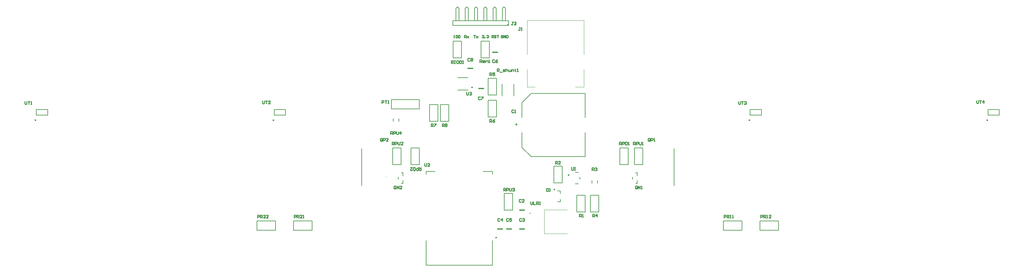
<source format=gto>
G04*
G04 #@! TF.GenerationSoftware,Altium Limited,Altium Designer,23.10.1 (27)*
G04*
G04 Layer_Color=65535*
%FSLAX44Y44*%
%MOMM*%
G71*
G04*
G04 #@! TF.SameCoordinates,03B978FF-55A4-44C7-B640-70ACE0D70F40*
G04*
G04*
G04 #@! TF.FilePolarity,Positive*
G04*
G01*
G75*
%ADD10C,0.2500*%
%ADD11C,0.1000*%
%ADD12C,0.2000*%
%ADD13C,0.2032*%
%ADD14C,0.3048*%
%ADD15C,0.1524*%
%ADD16C,0.2540*%
D10*
X-58000Y7400D02*
G03*
X-58000Y7400I-1250J0D01*
G01*
X-123750Y418240D02*
G03*
X-123750Y418240I-1250J0D01*
G01*
X633750Y328500D02*
G03*
X633750Y328500I-1250J0D01*
G01*
X-1316250D02*
G03*
X-1316250Y328500I-1250J0D01*
G01*
X-666250D02*
G03*
X-666250Y328500I-1250J0D01*
G01*
X1283750D02*
G03*
X1283750Y328500I-1250J0D01*
G01*
X140040Y178500D02*
G03*
X140040Y178500I-1250J0D01*
G01*
X101250Y139000D02*
G03*
X101250Y139000I-1250J0D01*
G01*
D11*
X-359000Y174600D02*
G03*
X-360000Y174600I-500J0D01*
G01*
D02*
G03*
X-359000Y174600I500J0D01*
G01*
X359000Y225400D02*
G03*
X360000Y225400I500J0D01*
G01*
D02*
G03*
X359000Y225400I-500J0D01*
G01*
X180560Y419340D02*
Y467840D01*
X157060Y419340D02*
X180560D01*
X25560D02*
X47060D01*
X25560D02*
Y467840D01*
X180560Y507840D02*
Y601340D01*
X25560D02*
X180560D01*
X25560Y507840D02*
Y601340D01*
X72330Y83330D02*
X134530D01*
X72330Y18330D02*
Y83330D01*
Y18330D02*
X134530D01*
D12*
X33530Y72830D02*
G03*
X33530Y74830I0J1000D01*
G01*
D02*
G03*
X33530Y72830I0J-1000D01*
G01*
X-69250Y-68250D02*
Y-850D01*
Y180750D02*
Y188250D01*
X-250750D02*
X-225400D01*
X-94600D02*
X-69250D01*
X-250750Y-68250D02*
Y-850D01*
Y180750D02*
Y188250D01*
Y-68250D02*
X-69250D01*
X-164000Y410990D02*
X-136000D01*
X-164000Y444990D02*
X-136000D01*
X-317731Y184500D02*
X-313500D01*
Y155500D02*
Y163360D01*
Y176640D02*
Y184500D01*
X-317731Y155500D02*
X-313500D01*
X-326500Y167140D02*
Y172860D01*
X634500Y342500D02*
X665500D01*
X634500Y357500D02*
X665500D01*
X634500Y342500D02*
Y357500D01*
X665500Y342500D02*
Y357500D01*
X-1315500Y342500D02*
X-1284500D01*
X-1315500Y357500D02*
X-1284500D01*
X-1315500Y342500D02*
Y357500D01*
X-1284500Y342500D02*
Y357500D01*
X-665500Y342500D02*
X-634500D01*
X-665500Y357500D02*
X-634500D01*
X-665500Y342500D02*
Y357500D01*
X-634500Y342500D02*
Y357500D01*
X1284500Y342500D02*
X1315500D01*
X1284500Y357500D02*
X1315500D01*
X1284500Y342500D02*
Y357500D01*
X1315500Y342500D02*
Y357500D01*
X36290Y401460D02*
X184290D01*
X11290Y376460D02*
X36290Y401460D01*
X184290Y335460D02*
Y401460D01*
X11290Y335460D02*
Y376460D01*
Y253460D02*
Y294460D01*
X184290Y228460D02*
Y294460D01*
X11290Y253460D02*
X36290Y228460D01*
X184290D01*
X313500Y167140D02*
Y172860D01*
X322269Y155500D02*
X326500D01*
Y176640D02*
Y184500D01*
Y155500D02*
Y163360D01*
X322269Y184500D02*
X326500D01*
X-426780Y149200D02*
Y250800D01*
X-324990Y324930D02*
Y332930D01*
X-340490Y324930D02*
Y332930D01*
X-269240Y359410D02*
Y384810D01*
X-345440Y359410D02*
X-269240D01*
X-345440D02*
Y384810D01*
X-269240D01*
X-712700Y52700D02*
X-661900D01*
X-712700Y27300D02*
Y52700D01*
Y27300D02*
X-661900D01*
Y52700D01*
X-177800Y588010D02*
X-25400D01*
X-29633D02*
X-25400Y592243D01*
X-169333Y600710D02*
Y634577D01*
X-165100Y638810D01*
X-160866Y634577D01*
Y600710D02*
Y634577D01*
X-143933Y600710D02*
Y634577D01*
X-139700Y638810D01*
X-135466Y634577D01*
Y600710D02*
Y634577D01*
X-118533Y600710D02*
Y634577D01*
X-114300Y638810D01*
X-110066Y634577D01*
Y600710D02*
Y634577D01*
X-93133Y600710D02*
Y634577D01*
X-88900Y638810D01*
X-84667Y634577D01*
Y600710D02*
Y634577D01*
X-67733Y600710D02*
Y634577D01*
X-63500Y638810D01*
X-59267Y634577D01*
Y600710D02*
Y634577D01*
X-42333Y600710D02*
Y634577D01*
X-38100Y638810D01*
X-33867Y634577D01*
Y600710D02*
Y634577D01*
X-177800Y588010D02*
Y600710D01*
X-25400D01*
Y588010D02*
Y600710D01*
X426780Y149200D02*
Y250800D01*
X202250Y156000D02*
Y164000D01*
X217750Y156000D02*
Y164000D01*
X157040Y154500D02*
X165540D01*
X169790Y167000D02*
Y173000D01*
X157040Y185500D02*
X165540D01*
X108350Y134600D02*
X116500D01*
Y128000D02*
Y134600D01*
X108350Y105400D02*
X116500D01*
Y112000D01*
X-10420Y394980D02*
Y427980D01*
X-42920Y394980D02*
Y427980D01*
X561900Y27300D02*
Y52700D01*
X612700D01*
Y27300D02*
Y52700D01*
X561900Y27300D02*
X612700D01*
X661900D02*
Y52700D01*
X712700D01*
Y27300D02*
Y52700D01*
X661900Y27300D02*
X712700D01*
X-561900D02*
Y52700D01*
X-612700Y27300D02*
X-561900D01*
X-612700D02*
Y52700D01*
X-561900D01*
D13*
X161290Y122860D02*
X184150D01*
Y77140D02*
Y122860D01*
X161290Y77140D02*
X184150D01*
X161290D02*
Y122860D01*
X-291430Y252860D02*
X-268570D01*
Y207140D02*
Y252860D01*
X-291430Y207140D02*
X-268570D01*
X-291430D02*
Y252860D01*
X-81430Y382860D02*
X-58570D01*
Y337140D02*
Y382860D01*
X-81430Y337140D02*
X-58570D01*
X-81430D02*
Y382860D01*
X-241430Y325120D02*
Y370840D01*
Y325120D02*
X-218570D01*
Y370840D01*
X-241430D02*
X-218570D01*
X-211430Y325120D02*
Y370840D01*
Y325120D02*
X-188570D01*
Y370840D01*
X-211430D02*
X-188570D01*
X-58570Y397140D02*
Y442860D01*
X-81430D02*
X-58570D01*
X-81430Y397140D02*
Y442860D01*
Y397140D02*
X-58570D01*
X-318570Y207140D02*
Y252860D01*
X-341430D02*
X-318570D01*
X-341430Y207140D02*
Y252860D01*
Y207140D02*
X-318570D01*
X-176530Y499110D02*
Y544830D01*
Y499110D02*
X-153670D01*
Y544830D01*
X-176530D02*
X-153670D01*
X-100330Y499110D02*
Y544830D01*
Y499110D02*
X-77470D01*
Y544830D01*
X-100330D02*
X-77470D01*
X341430Y207140D02*
Y252860D01*
X318570D02*
X341430D01*
X318570Y207140D02*
Y252860D01*
Y207140D02*
X341430D01*
X278570D02*
Y252860D01*
Y207140D02*
X301430D01*
Y252860D01*
X278570D02*
X301430D01*
X98570Y202860D02*
X121430D01*
Y157140D02*
Y202860D01*
X98570Y157140D02*
X121430D01*
X98570D02*
Y202860D01*
X-36830Y128270D02*
X-13970D01*
Y82550D02*
Y128270D01*
X-36830Y82550D02*
X-13970D01*
X-36830D02*
Y128270D01*
X198570Y122860D02*
X221430D01*
Y77140D02*
Y122860D01*
X198570Y77140D02*
X221430D01*
X198570D02*
Y122860D01*
D14*
X-136249Y470003D02*
X-123751D01*
X-106249Y414998D02*
X-93751D01*
X-68479Y514352D02*
X-55981D01*
X5181Y82548D02*
X17679D01*
X5181Y30477D02*
X17679D01*
X-30379D02*
X-17881D01*
X-54509D02*
X-42011D01*
D15*
X-3638Y313104D02*
Y319960D01*
X-210Y316532D02*
X-7066D01*
D16*
X-175260Y560718D02*
X-172927D01*
X-174094D01*
Y553720D01*
X-175260D01*
X-172927D01*
X-165930Y560718D02*
X-168262D01*
X-169429Y559552D01*
Y554886D01*
X-168262Y553720D01*
X-165930D01*
X-164763Y554886D01*
Y559552D01*
X-165930Y560718D01*
X-162431Y559552D02*
X-161264Y560718D01*
X-158932D01*
X-157766Y559552D01*
Y554886D01*
X-158932Y553720D01*
X-161264D01*
X-162431Y554886D01*
Y559552D01*
X-41055D02*
X-42221Y560718D01*
X-44554D01*
X-45720Y559552D01*
Y554886D01*
X-44554Y553720D01*
X-42221D01*
X-41055Y554886D01*
Y557219D01*
X-43387D01*
X-38722Y553720D02*
Y560718D01*
X-34057Y553720D01*
Y560718D01*
X-31725D02*
Y553720D01*
X-28226D01*
X-27059Y554886D01*
Y559552D01*
X-28226Y560718D01*
X-31725D01*
X-97790Y559552D02*
X-96624Y560718D01*
X-94291D01*
X-93125Y559552D01*
Y558385D01*
X-94291Y557219D01*
X-95457D01*
X-94291D01*
X-93125Y556053D01*
Y554886D01*
X-94291Y553720D01*
X-96624D01*
X-97790Y554886D01*
X-90792Y553720D02*
Y554886D01*
X-89626D01*
Y553720D01*
X-90792D01*
X-84961Y559552D02*
X-83794Y560718D01*
X-81462D01*
X-80296Y559552D01*
Y558385D01*
X-81462Y557219D01*
X-82628D01*
X-81462D01*
X-80296Y556053D01*
Y554886D01*
X-81462Y553720D01*
X-83794D01*
X-84961Y554886D01*
X-71120Y553720D02*
Y560718D01*
X-67621D01*
X-66455Y559552D01*
Y557219D01*
X-67621Y556053D01*
X-71120D01*
X-68787D02*
X-66455Y553720D01*
X-59457Y559552D02*
X-60623Y560718D01*
X-62956D01*
X-64122Y559552D01*
Y558385D01*
X-62956Y557219D01*
X-60623D01*
X-59457Y556053D01*
Y554886D01*
X-60623Y553720D01*
X-62956D01*
X-64122Y554886D01*
X-57125Y560718D02*
X-52459D01*
X-54792D01*
Y553720D01*
X-120650Y560718D02*
X-115985D01*
X-118317D01*
Y553720D01*
X-113652Y558385D02*
X-108987Y553720D01*
X-111320Y556053D01*
X-108987Y558385D01*
X-113652Y553720D01*
X-146050D02*
Y560718D01*
X-142551D01*
X-141385Y559552D01*
Y557219D01*
X-142551Y556053D01*
X-146050D01*
X-143717D02*
X-141385Y553720D01*
X-139052Y558385D02*
X-134387Y553720D01*
X-136720Y556053D01*
X-134387Y558385D01*
X-139052Y553720D01*
X-343592Y261001D02*
Y268999D01*
X-339593D01*
X-338260Y267666D01*
Y265000D01*
X-339593Y263667D01*
X-343592D01*
X-340926D02*
X-338260Y261001D01*
X-335594D02*
Y268999D01*
X-331596D01*
X-330263Y267666D01*
Y265000D01*
X-331596Y263667D01*
X-335594D01*
X-327597Y268999D02*
Y262334D01*
X-326264Y261001D01*
X-323598D01*
X-322266Y262334D01*
Y268999D01*
X-314268Y261001D02*
X-319600D01*
X-314268Y266333D01*
Y267666D01*
X-315601Y268999D01*
X-318267D01*
X-319600Y267666D01*
X-264508Y198999D02*
Y191001D01*
X-268507D01*
X-269840Y192334D01*
Y195000D01*
X-268507Y196333D01*
X-264508D01*
X-267174D02*
X-269840Y198999D01*
X-272505D02*
Y191001D01*
X-276504D01*
X-277837Y192334D01*
Y195000D01*
X-276504Y196333D01*
X-272505D01*
X-280503Y191001D02*
Y198999D01*
X-284502D01*
X-285835Y197666D01*
Y192334D01*
X-284502Y191001D01*
X-280503D01*
X-293832Y198999D02*
X-288500D01*
X-293832Y193667D01*
Y192334D01*
X-292499Y191001D01*
X-289833D01*
X-288500Y192334D01*
X-370332Y272334D02*
Y277666D01*
X-371665Y278999D01*
X-374330D01*
X-375663Y277666D01*
Y272334D01*
X-374330Y271001D01*
X-371665D01*
X-372997Y273667D02*
X-370332Y271001D01*
X-371665D02*
X-370332Y272334D01*
X-367666Y271001D02*
Y278999D01*
X-363667D01*
X-362334Y277666D01*
Y275000D01*
X-363667Y273667D01*
X-367666D01*
X-354337Y271001D02*
X-359668D01*
X-354337Y276333D01*
Y277666D01*
X-355670Y278999D01*
X-358335D01*
X-359668Y277666D01*
X-332992Y141794D02*
Y147126D01*
X-334324Y148459D01*
X-336990D01*
X-338323Y147126D01*
Y141794D01*
X-336990Y140461D01*
X-334324D01*
X-335657Y143127D02*
X-332992Y140461D01*
X-334324D02*
X-332992Y141794D01*
X-330326Y140461D02*
Y148459D01*
X-324994Y140461D01*
Y148459D01*
X-316997Y140461D02*
X-322328D01*
X-316997Y145793D01*
Y147126D01*
X-318330Y148459D01*
X-320995D01*
X-322328Y147126D01*
X-140154Y405319D02*
Y398654D01*
X-138822Y397321D01*
X-136156D01*
X-134823Y398654D01*
Y405319D01*
X-132157Y403986D02*
X-130824Y405319D01*
X-128158D01*
X-126826Y403986D01*
Y402653D01*
X-128158Y401320D01*
X-129491D01*
X-128158D01*
X-126826Y399987D01*
Y398654D01*
X-128158Y397321D01*
X-130824D01*
X-132157Y398654D01*
X-56597Y461488D02*
Y469485D01*
X-52599D01*
X-51266Y468152D01*
Y465486D01*
X-52599Y464154D01*
X-56597D01*
X-53932D02*
X-51266Y461488D01*
X-48600Y460155D02*
X-43268D01*
X-40603Y461488D02*
X-36604D01*
X-35271Y462821D01*
X-36604Y464154D01*
X-39270D01*
X-40603Y465486D01*
X-39270Y466819D01*
X-35271D01*
X-32605Y469485D02*
Y461488D01*
Y465486D01*
X-31272Y466819D01*
X-28606D01*
X-27274Y465486D01*
Y461488D01*
X-24608Y466819D02*
Y462821D01*
X-23275Y461488D01*
X-19276D01*
Y466819D01*
X-16610Y461488D02*
Y466819D01*
X-12612D01*
X-11279Y465486D01*
Y461488D01*
X-7280Y468152D02*
Y466819D01*
X-8613D01*
X-5947D01*
X-7280D01*
Y462821D01*
X-5947Y461488D01*
X-1948D02*
X717D01*
X-615D01*
Y469485D01*
X-1948Y468152D01*
X-206665Y310961D02*
Y318959D01*
X-202666D01*
X-201333Y317626D01*
Y314960D01*
X-202666Y313627D01*
X-206665D01*
X-203999D02*
X-201333Y310961D01*
X-198667Y317626D02*
X-197334Y318959D01*
X-194668D01*
X-193335Y317626D01*
Y316293D01*
X-194668Y314960D01*
X-193335Y313627D01*
Y312294D01*
X-194668Y310961D01*
X-197334D01*
X-198667Y312294D01*
Y313627D01*
X-197334Y314960D01*
X-198667Y316293D01*
Y317626D01*
X-197334Y314960D02*
X-194668D01*
X-236665Y310961D02*
Y318959D01*
X-232666D01*
X-231333Y317626D01*
Y314960D01*
X-232666Y313627D01*
X-236665D01*
X-233999D02*
X-231333Y310961D01*
X-228667Y318959D02*
X-223335D01*
Y317626D01*
X-228667Y312294D01*
Y310961D01*
X-76665Y322981D02*
Y330979D01*
X-72666D01*
X-71333Y329646D01*
Y326980D01*
X-72666Y325647D01*
X-76665D01*
X-73999D02*
X-71333Y322981D01*
X-63335Y330979D02*
X-66001Y329646D01*
X-68667Y326980D01*
Y324314D01*
X-67334Y322981D01*
X-64668D01*
X-63335Y324314D01*
Y325647D01*
X-64668Y326980D01*
X-68667D01*
X-76665Y450291D02*
Y458289D01*
X-72666D01*
X-71333Y456956D01*
Y454290D01*
X-72666Y452957D01*
X-76665D01*
X-73999D02*
X-71333Y450291D01*
X-63335Y458289D02*
X-68667D01*
Y454290D01*
X-66001Y455623D01*
X-64668D01*
X-63335Y454290D01*
Y451624D01*
X-64668Y450291D01*
X-67334D01*
X-68667Y451624D01*
X-131333Y496796D02*
X-132666Y498129D01*
X-135332D01*
X-136664Y496796D01*
Y491464D01*
X-135332Y490131D01*
X-132666D01*
X-131333Y491464D01*
X-128667Y496796D02*
X-127334Y498129D01*
X-124668D01*
X-123336Y496796D01*
Y495463D01*
X-124668Y494130D01*
X-123336Y492797D01*
Y491464D01*
X-124668Y490131D01*
X-127334D01*
X-128667Y491464D01*
Y492797D01*
X-127334Y494130D01*
X-128667Y495463D01*
Y496796D01*
X-127334Y494130D02*
X-124668D01*
X-102603Y390996D02*
X-103936Y392329D01*
X-106602D01*
X-107935Y390996D01*
Y385664D01*
X-106602Y384331D01*
X-103936D01*
X-102603Y385664D01*
X-99937Y392329D02*
X-94606D01*
Y390996D01*
X-99937Y385664D01*
Y384331D01*
X1252987Y382459D02*
Y375794D01*
X1254320Y374461D01*
X1256985D01*
X1258318Y375794D01*
Y382459D01*
X1260984D02*
X1266316D01*
X1263650D01*
Y374461D01*
X1272980D02*
Y382459D01*
X1268982Y378460D01*
X1274313D01*
X602747Y379919D02*
Y373254D01*
X604080Y371921D01*
X606745D01*
X608078Y373254D01*
Y379919D01*
X610744D02*
X616076D01*
X613410D01*
Y371921D01*
X618742Y378586D02*
X620075Y379919D01*
X622740D01*
X624073Y378586D01*
Y377253D01*
X622740Y375920D01*
X621407D01*
X622740D01*
X624073Y374587D01*
Y373254D01*
X622740Y371921D01*
X620075D01*
X618742Y373254D01*
X-697733Y381189D02*
Y374524D01*
X-696400Y373191D01*
X-693735D01*
X-692402Y374524D01*
Y381189D01*
X-689736D02*
X-684404D01*
X-687070D01*
Y373191D01*
X-676407D02*
X-681738D01*
X-676407Y378523D01*
Y379856D01*
X-677740Y381189D01*
X-680406D01*
X-681738Y379856D01*
X-1346640Y379919D02*
Y373254D01*
X-1345307Y371921D01*
X-1342642D01*
X-1341309Y373254D01*
Y379919D01*
X-1338643D02*
X-1333311D01*
X-1335977D01*
Y371921D01*
X-1330645D02*
X-1327980D01*
X-1329313D01*
Y379919D01*
X-1330645Y378586D01*
X34931Y105599D02*
Y98934D01*
X36264Y97601D01*
X38930D01*
X40263Y98934D01*
Y105599D01*
X42928D02*
Y97601D01*
X48260D01*
X50926D02*
Y105599D01*
X54925D01*
X56257Y104266D01*
Y101600D01*
X54925Y100267D01*
X50926D01*
X53592D02*
X56257Y97601D01*
X58923D02*
X61589D01*
X60256D01*
Y105599D01*
X58923Y104266D01*
X-254508Y210181D02*
Y203517D01*
X-253175Y202184D01*
X-250509D01*
X-249176Y203517D01*
Y210181D01*
X-241179Y202184D02*
X-246511D01*
X-241179Y207516D01*
Y208848D01*
X-242512Y210181D01*
X-245178D01*
X-246511Y208848D01*
X146458Y199739D02*
Y193074D01*
X147791Y191741D01*
X150457D01*
X151790Y193074D01*
Y199739D01*
X154456Y191741D02*
X157122D01*
X155789D01*
Y199739D01*
X154456Y198406D01*
X-347402Y289371D02*
Y297369D01*
X-343403D01*
X-342070Y296036D01*
Y293370D01*
X-343403Y292037D01*
X-347402D01*
X-344736D02*
X-342070Y289371D01*
X-339404D02*
Y297369D01*
X-335406D01*
X-334073Y296036D01*
Y293370D01*
X-335406Y292037D01*
X-339404D01*
X-331407Y297369D02*
Y290704D01*
X-330074Y289371D01*
X-327408D01*
X-326076Y290704D01*
Y297369D01*
X-319411Y289371D02*
Y297369D01*
X-323410Y293370D01*
X-318078D01*
X-38792Y134431D02*
Y142429D01*
X-34793D01*
X-33460Y141096D01*
Y138430D01*
X-34793Y137097D01*
X-38792D01*
X-36126D02*
X-33460Y134431D01*
X-30794D02*
Y142429D01*
X-26796D01*
X-25463Y141096D01*
Y138430D01*
X-26796Y137097D01*
X-30794D01*
X-22797Y142429D02*
Y135764D01*
X-21464Y134431D01*
X-18798D01*
X-17465Y135764D01*
Y142429D01*
X-14800Y141096D02*
X-13467Y142429D01*
X-10801D01*
X-9468Y141096D01*
Y139763D01*
X-10801Y138430D01*
X-12134D01*
X-10801D01*
X-9468Y137097D01*
Y135764D01*
X-10801Y134431D01*
X-13467D01*
X-14800Y135764D01*
X315601Y261001D02*
Y268999D01*
X319600D01*
X320933Y267666D01*
Y265000D01*
X319600Y263667D01*
X315601D01*
X318267D02*
X320933Y261001D01*
X323598D02*
Y268999D01*
X327597D01*
X328930Y267666D01*
Y265000D01*
X327597Y263667D01*
X323598D01*
X331596Y268999D02*
Y262334D01*
X332929Y261001D01*
X335594D01*
X336927Y262334D01*
Y268999D01*
X339593Y261001D02*
X342259D01*
X340926D01*
Y268999D01*
X339593Y267666D01*
X277501Y261001D02*
Y268999D01*
X281500D01*
X282833Y267666D01*
Y265000D01*
X281500Y263667D01*
X277501D01*
X280167D02*
X282833Y261001D01*
X285498D02*
Y268999D01*
X289497D01*
X290830Y267666D01*
Y265000D01*
X289497Y263667D01*
X285498D01*
X293496Y268999D02*
Y261001D01*
X297495D01*
X298827Y262334D01*
Y267666D01*
X297495Y268999D01*
X293496D01*
X301493Y261001D02*
X304159D01*
X302826D01*
Y268999D01*
X301493Y267666D01*
X-181761Y483681D02*
Y491679D01*
X-177763D01*
X-176430Y490346D01*
Y487680D01*
X-177763Y486347D01*
X-181761D01*
X-179095D02*
X-176430Y483681D01*
X-173764Y491679D02*
X-171098D01*
X-172431D01*
Y483681D01*
X-173764D01*
X-171098D01*
X-163101Y491679D02*
X-165766D01*
X-167099Y490346D01*
Y485014D01*
X-165766Y483681D01*
X-163101D01*
X-161768Y485014D01*
Y490346D01*
X-163101Y491679D01*
X-159102Y490346D02*
X-157769Y491679D01*
X-155103D01*
X-153770Y490346D01*
Y485014D01*
X-155103Y483681D01*
X-157769D01*
X-159102Y485014D01*
Y490346D01*
X-151104Y483681D02*
X-148439D01*
X-149772D01*
Y491679D01*
X-151104Y490346D01*
X-103499Y486221D02*
Y494219D01*
X-99500D01*
X-98167Y492886D01*
Y490220D01*
X-99500Y488887D01*
X-103499D01*
X-100833D02*
X-98167Y486221D01*
X-91503D02*
X-94169D01*
X-95502Y487554D01*
Y490220D01*
X-94169Y491553D01*
X-91503D01*
X-90170Y490220D01*
Y488887D01*
X-95502D01*
X-87504Y486221D02*
Y491553D01*
X-83505D01*
X-82173Y490220D01*
Y486221D01*
X-79507D02*
X-76841D01*
X-78174D01*
Y494219D01*
X-79507Y492886D01*
X204156Y63311D02*
Y71309D01*
X208154D01*
X209487Y69976D01*
Y67310D01*
X208154Y65977D01*
X204156D01*
X206821D02*
X209487Y63311D01*
X216152D02*
Y71309D01*
X212153Y67310D01*
X217484D01*
X202885Y190311D02*
Y198309D01*
X206884D01*
X208217Y196976D01*
Y194310D01*
X206884Y192977D01*
X202885D01*
X205551D02*
X208217Y190311D01*
X210883Y196976D02*
X212216Y198309D01*
X214882D01*
X216215Y196976D01*
Y195643D01*
X214882Y194310D01*
X213549D01*
X214882D01*
X216215Y192977D01*
Y191644D01*
X214882Y190311D01*
X212216D01*
X210883Y191644D01*
X102556Y208091D02*
Y216089D01*
X106554D01*
X107887Y214756D01*
Y212090D01*
X106554Y210757D01*
X102556D01*
X105221D02*
X107887Y208091D01*
X115885D02*
X110553D01*
X115885Y213423D01*
Y214756D01*
X114552Y216089D01*
X111886D01*
X110553Y214756D01*
X168208Y63631D02*
Y71629D01*
X172207D01*
X173540Y70296D01*
Y67630D01*
X172207Y66297D01*
X168208D01*
X170874D02*
X173540Y63631D01*
X176206D02*
X178872D01*
X177539D01*
Y71629D01*
X176206Y70296D01*
X361001Y272334D02*
Y277666D01*
X359668Y278999D01*
X357003D01*
X355670Y277666D01*
Y272334D01*
X357003Y271001D01*
X359668D01*
X358335Y273667D02*
X361001Y271001D01*
X359668D02*
X361001Y272334D01*
X363667Y271001D02*
Y278999D01*
X367666D01*
X368999Y277666D01*
Y275000D01*
X367666Y273667D01*
X363667D01*
X371665Y271001D02*
X374330D01*
X372998D01*
Y278999D01*
X371665Y277666D01*
X326201Y141954D02*
Y147286D01*
X324868Y148619D01*
X322203D01*
X320870Y147286D01*
Y141954D01*
X322203Y140621D01*
X324868D01*
X323535Y143287D02*
X326201Y140621D01*
X324868D02*
X326201Y141954D01*
X328867Y140621D02*
Y148619D01*
X334199Y140621D01*
Y148619D01*
X336865Y140621D02*
X339530D01*
X338197D01*
Y148619D01*
X336865Y147286D01*
X-371280Y374461D02*
Y382459D01*
X-367282D01*
X-365949Y381126D01*
Y378460D01*
X-367282Y377127D01*
X-371280D01*
X-363283Y382459D02*
X-357951D01*
X-360617D01*
Y374461D01*
X-355285D02*
X-352620D01*
X-353953D01*
Y382459D01*
X-355285Y381126D01*
X-711200Y61214D02*
Y69211D01*
X-707201D01*
X-705868Y67878D01*
Y65213D01*
X-707201Y63880D01*
X-711200D01*
X-703203Y61214D02*
Y69211D01*
X-699204D01*
X-697871Y67878D01*
Y65213D01*
X-699204Y63880D01*
X-703203D01*
X-700537D02*
X-697871Y61214D01*
X-689874D02*
X-695205D01*
X-689874Y66546D01*
Y67878D01*
X-691206Y69211D01*
X-693872D01*
X-695205Y67878D01*
X-681876Y61214D02*
X-687208D01*
X-681876Y66546D01*
Y67878D01*
X-683209Y69211D01*
X-685875D01*
X-687208Y67878D01*
X-611124Y61214D02*
Y69211D01*
X-607125D01*
X-605792Y67878D01*
Y65213D01*
X-607125Y63880D01*
X-611124D01*
X-603127Y61214D02*
Y69211D01*
X-599128D01*
X-597795Y67878D01*
Y65213D01*
X-599128Y63880D01*
X-603127D01*
X-600461D02*
X-597795Y61214D01*
X-589798D02*
X-595129D01*
X-589798Y66546D01*
Y67878D01*
X-591130Y69211D01*
X-593796D01*
X-595129Y67878D01*
X-587132Y61214D02*
X-584466D01*
X-585799D01*
Y69211D01*
X-587132Y67878D01*
X663448Y61214D02*
Y69211D01*
X667447D01*
X668780Y67878D01*
Y65213D01*
X667447Y63880D01*
X663448D01*
X671445Y61214D02*
Y69211D01*
X675444D01*
X676777Y67878D01*
Y65213D01*
X675444Y63880D01*
X671445D01*
X674111D02*
X676777Y61214D01*
X679443D02*
X682109D01*
X680776D01*
Y69211D01*
X679443Y67878D01*
X691439Y61214D02*
X686107D01*
X691439Y66546D01*
Y67878D01*
X690106Y69211D01*
X687440D01*
X686107Y67878D01*
X563372Y61214D02*
Y69211D01*
X567371D01*
X568704Y67878D01*
Y65213D01*
X567371Y63880D01*
X563372D01*
X571369Y61214D02*
Y69211D01*
X575368D01*
X576701Y67878D01*
Y65213D01*
X575368Y63880D01*
X571369D01*
X574035D02*
X576701Y61214D01*
X579367D02*
X582033D01*
X580700D01*
Y69211D01*
X579367Y67878D01*
X586031Y61214D02*
X588697D01*
X587364D01*
Y69211D01*
X586031Y67878D01*
X-12763Y597089D02*
X-15429D01*
X-14096D01*
Y590424D01*
X-15429Y589091D01*
X-16762D01*
X-18095Y590424D01*
X-4766Y589091D02*
X-10097D01*
X-4766Y594423D01*
Y595756D01*
X-6098Y597089D01*
X-8764D01*
X-10097Y595756D01*
X6350Y581849D02*
X3684D01*
X5017D01*
Y575184D01*
X3684Y573851D01*
X2351D01*
X1018Y575184D01*
X9016Y573851D02*
X11682D01*
X10349D01*
Y581849D01*
X9016Y580516D01*
X77998Y141779D02*
Y133781D01*
X81997D01*
X83330Y135114D01*
Y140446D01*
X81997Y141779D01*
X77998D01*
X85996Y133781D02*
X88662D01*
X87329D01*
Y141779D01*
X85996Y140446D01*
X-63563Y492886D02*
X-64896Y494219D01*
X-67562D01*
X-68895Y492886D01*
Y487554D01*
X-67562Y486221D01*
X-64896D01*
X-63563Y487554D01*
X-55566Y494219D02*
X-58231Y492886D01*
X-60897Y490220D01*
Y487554D01*
X-59564Y486221D01*
X-56898D01*
X-55566Y487554D01*
Y488887D01*
X-56898Y490220D01*
X-60897D01*
X-25463Y58546D02*
X-26796Y59879D01*
X-29462D01*
X-30794Y58546D01*
Y53214D01*
X-29462Y51881D01*
X-26796D01*
X-25463Y53214D01*
X-17465Y59879D02*
X-22797D01*
Y55880D01*
X-20131Y57213D01*
X-18798D01*
X-17465Y55880D01*
Y53214D01*
X-18798Y51881D01*
X-21464D01*
X-22797Y53214D01*
X-49593Y58546D02*
X-50926Y59879D01*
X-53592D01*
X-54925Y58546D01*
Y53214D01*
X-53592Y51881D01*
X-50926D01*
X-49593Y53214D01*
X-42928Y51881D02*
Y59879D01*
X-46927Y55880D01*
X-41596D01*
X10097Y58546D02*
X8764Y59879D01*
X6098D01*
X4766Y58546D01*
Y53214D01*
X6098Y51881D01*
X8764D01*
X10097Y53214D01*
X12763Y58546D02*
X14096Y59879D01*
X16762D01*
X18095Y58546D01*
Y57213D01*
X16762Y55880D01*
X15429D01*
X16762D01*
X18095Y54547D01*
Y53214D01*
X16762Y51881D01*
X14096D01*
X12763Y53214D01*
X8827Y110616D02*
X7494Y111949D01*
X4828D01*
X3496Y110616D01*
Y105284D01*
X4828Y103951D01*
X7494D01*
X8827Y105284D01*
X16825Y103951D02*
X11493D01*
X16825Y109283D01*
Y110616D01*
X15492Y111949D01*
X12826D01*
X11493Y110616D01*
X-11160Y355726D02*
X-12493Y357059D01*
X-15159D01*
X-16492Y355726D01*
Y350394D01*
X-15159Y349061D01*
X-12493D01*
X-11160Y350394D01*
X-8494Y349061D02*
X-5828D01*
X-7161D01*
Y357059D01*
X-8494Y355726D01*
M02*

</source>
